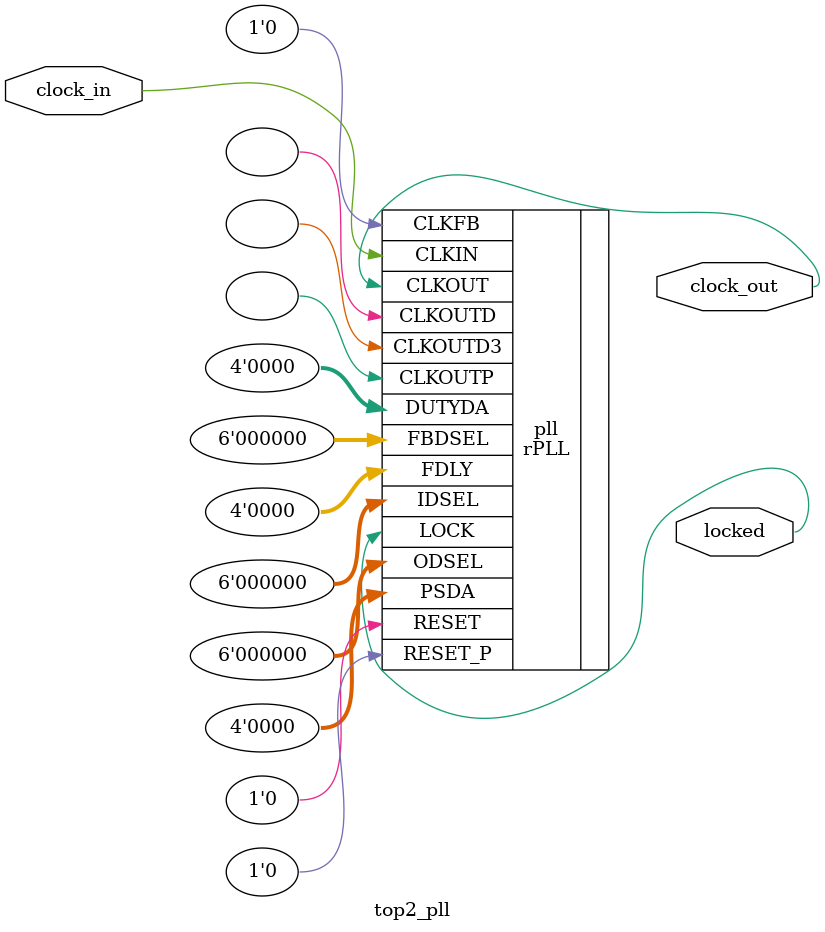
<source format=v>
/**
     * PLL configuration
     *
     * This Verilog module was generated automatically
     * using the gowin-pll tool.
     * Use at your own risk.
     *
     * Target-Device:                GW2A-18 C8/I7
     * Given input frequency:        12.000 MHz
     * Requested output frequency:   252.000 MHz
     * Achieved output frequency:    252.000 MHz
     */

    module top2_pll(
            input  clock_in,
            output clock_out,
            output locked
        );

        rPLL #(
            .FCLKIN("12.0"),
            .IDIV_SEL(0), // -> PFD = 12.0 MHz (range: 3-500 MHz)
            .FBDIV_SEL(20), // -> CLKOUT = 252.0 MHz (range: 500-625 MHz)
            .ODIV_SEL(2) // -> VCO = 504.0 MHz (range: 625-1250 MHz)
        ) pll (.CLKOUTP(), .CLKOUTD(), .CLKOUTD3(), .RESET(1'b0), .RESET_P(1'b0), .CLKFB(1'b0), .FBDSEL(6'b0), .IDSEL(6'b0), .ODSEL(6'b0), .PSDA(4'b0), .DUTYDA(4'b0), .FDLY(4'b0), 
            .CLKIN(clock_in), // 12.0 MHz
            .CLKOUT(clock_out), // 252.0 MHz
            .LOCK(locked)
        );

    endmodule

    
</source>
